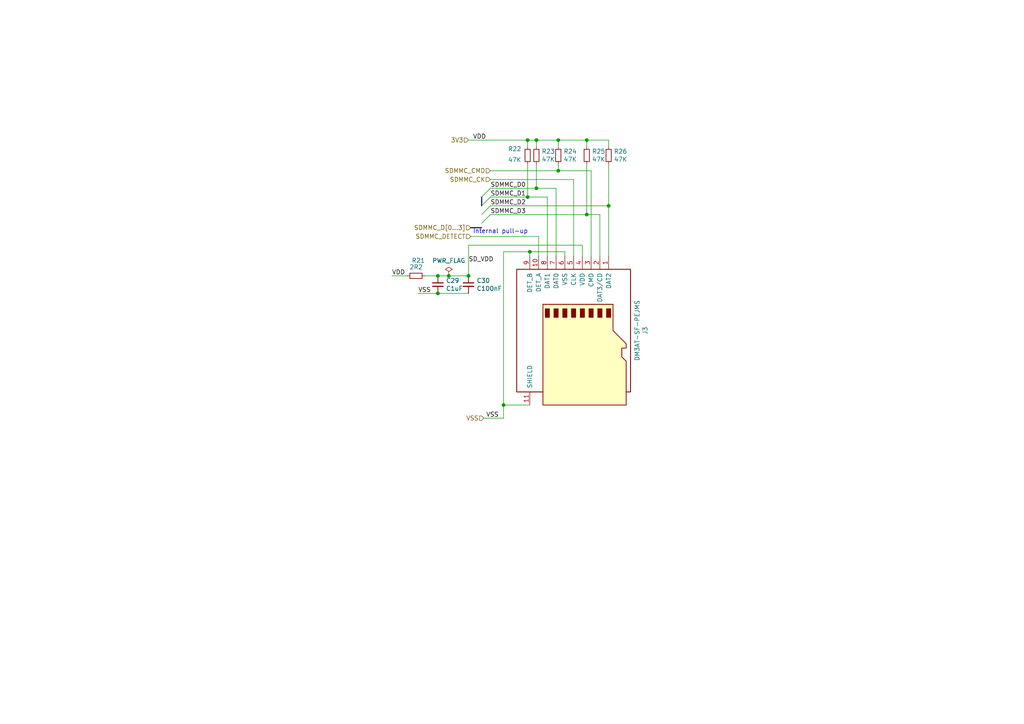
<source format=kicad_sch>
(kicad_sch (version 20210621) (generator eeschema)
  (paper "A4")
  (title_block (title "Micro SD") (date "2019-11-10") (rev "A") (company "Justin Alexander"))
  (lib_symbols
    (symbol "Device:R_Small" (pin_numbers hide) (pin_names (offset 0.254) hide)
      (property "Reference" "R" (at 0.762 0.508 0))
      (property "Value" "R_Small" (at 0.762 -1.016 0))
      (symbol "R_Small_0_1"
        (rectangle (start -0.762 1.778) (end 0.762 -1.778) (stroke (width 0.2032)))
      )
      (symbol "R_Small_1_1"
        (pin passive line (at 0 2.54 270) (length 0.762) (name "~") (number "1"))
        (pin passive line (at 0 -2.54 90) (length 0.762) (name "~") (number "2"))
      )
    )
    (symbol "parts-lib:C100nF" (pin_numbers hide) (pin_names (offset 0.254) hide)
      (property "Reference" "C" (at 0.254 1.778 0))
      (property "Value" "C100nF" (at 0.254 -2.032 0))
      (symbol "C100nF_0_1"
        (polyline (pts (xy -1.524 -0.508) (xy 1.524 -0.508)) (stroke (width 0.3302)))
        (polyline (pts (xy -1.524 0.508) (xy 1.524 0.508)) (stroke (width 0.3048)))
      )
      (symbol "C100nF_1_1"
        (pin passive line (at 0 2.54 270) (length 2.032) (name "~") (number "1"))
        (pin passive line (at 0 -2.54 90) (length 2.032) (name "~") (number "2"))
      )
    )
    (symbol "parts-lib:C1uF" (pin_numbers hide) (pin_names (offset 0.254) hide)
      (property "Reference" "C" (at 0.254 1.778 0))
      (property "Value" "C1uF" (at 0.254 -2.032 0))
      (symbol "C1uF_0_1"
        (polyline (pts (xy -1.524 -0.508) (xy 1.524 -0.508)) (stroke (width 0.3302)))
        (polyline (pts (xy -1.524 0.508) (xy 1.524 0.508)) (stroke (width 0.3048)))
      )
      (symbol "C1uF_1_1"
        (pin passive line (at 0 2.54 270) (length 2.032) (name "~") (number "1"))
        (pin passive line (at 0 -2.54 90) (length 2.032) (name "~") (number "2"))
      )
    )
    (symbol "parts-lib:DM3AT-SF-PEJMS" (pin_names (offset 1.016))
      (property "Reference" "J" (at -16.51 17.78 0))
      (property "Value" "DM3AT-SF-PEJMS" (at 16.51 17.78 0))
      (symbol "DM3AT-SF-PEJMS_0_1"
        (rectangle (start -7.62 -6.985) (end -5.08 -8.255) (fill (type outline)))
        (rectangle (start -7.62 -4.445) (end -5.08 -5.715) (fill (type outline)))
        (rectangle (start -7.62 -1.905) (end -5.08 -3.175) (fill (type outline)))
        (rectangle (start -7.62 0.635) (end -5.08 -0.635) (fill (type outline)))
        (rectangle (start -7.62 3.175) (end -5.08 1.905) (fill (type outline)))
        (rectangle (start -7.62 5.715) (end -5.08 4.445) (fill (type outline)))
        (rectangle (start -7.62 8.255) (end -5.08 6.985) (fill (type outline)))
        (rectangle (start -7.62 10.795) (end -5.08 9.525) (fill (type outline)))
        (polyline (pts (xy 16.51 15.24) (xy 16.51 16.51) (xy -19.05 16.51) (xy -19.05 -16.51) (xy 16.51 -16.51) (xy 16.51 -8.89)) (stroke (width 0.254)))
        (polyline (pts (xy -8.89 -8.89) (xy -8.89 11.43) (xy -1.27 11.43) (xy 2.54 15.24) (xy 3.81 15.24) (xy 3.81 13.97) (xy 6.35 13.97) (xy 7.62 15.24) (xy 20.32 15.24) (xy 20.32 -8.89) (xy -8.89 -8.89)) (stroke (width 0.254)) (fill (type background)))
      )
      (symbol "DM3AT-SF-PEJMS_1_1"
        (pin bidirectional line (at -22.86 10.16 0) (length 3.81) (name "DAT2") (number "1"))
        (pin passive line (at -22.86 -10.16 0) (length 3.81) (name "DET_A") (number "10"))
        (pin passive line (at 20.32 -12.7 180) (length 3.81) (name "SHIELD") (number "11"))
        (pin bidirectional line (at -22.86 7.62 0) (length 3.81) (name "DAT3/CD") (number "2"))
        (pin input line (at -22.86 5.08 0) (length 3.81) (name "CMD") (number "3"))
        (pin power_in line (at -22.86 2.54 0) (length 3.81) (name "VDD") (number "4"))
        (pin input line (at -22.86 0 0) (length 3.81) (name "CLK") (number "5"))
        (pin power_in line (at -22.86 -2.54 0) (length 3.81) (name "VSS") (number "6"))
        (pin input line (at -22.86 -5.08 0) (length 3.81) (name "DAT0") (number "7"))
        (pin input line (at -22.86 -7.62 0) (length 3.81) (name "DAT1") (number "8"))
        (pin passive line (at -22.86 -12.7 0) (length 3.81) (name "DET_B") (number "9"))
      )
    )
    (symbol "power:PWR_FLAG" (power) (pin_numbers hide) (pin_names (offset 0) hide)
      (property "Value" "PWR_FLAG" (at 0 3.81 0))
      (symbol "PWR_FLAG_0_0"
        (pin power_out line (at 0 0 90) (length 0) (name "pwr") (number "1"))
      )
      (symbol "PWR_FLAG_0_1"
        (polyline (pts (xy 0 0) (xy 0 1.27) (xy -1.016 1.905) (xy 0 2.54) (xy 1.016 1.905) (xy 0 1.27)))
      )
    )
  )
  (junction (at 127 80.01) (diameter 0.9144))
  (junction (at 127 85.09) (diameter 0.9144))
  (junction (at 130.175 80.01) (diameter 0.9144))
  (junction (at 135.89 80.01) (diameter 0.9144))
  (junction (at 146.05 117.475) (diameter 0.9144))
  (junction (at 153.035 40.64) (diameter 0.9144))
  (junction (at 153.035 57.15) (diameter 0.9144))
  (junction (at 153.67 73.025) (diameter 0.9144))
  (junction (at 155.575 40.64) (diameter 0.9144))
  (junction (at 155.575 54.61) (diameter 0.9144))
  (junction (at 161.925 40.64) (diameter 0.9144))
  (junction (at 161.925 49.53) (diameter 0.9144))
  (junction (at 170.18 40.64) (diameter 0.9144))
  (junction (at 170.18 62.23) (diameter 0.9144))
  (junction (at 176.53 59.69) (diameter 0.9144))
  (bus_entry (at 139.7 57.15) (size 2.54 -2.54) (stroke (width 0.1524)))
  (bus_entry (at 139.7 59.69) (size 2.54 -2.54) (stroke (width 0.1524)))
  (bus_entry (at 139.7 62.23) (size 2.54 -2.54) (stroke (width 0.1524)))
  (bus_entry (at 139.7 64.77) (size 2.54 -2.54) (stroke (width 0.1524)))
  (wire (pts (xy 118.11 80.01) (xy 113.665 80.01)))
  (wire (pts (xy 121.285 85.09) (xy 127 85.09)))
  (wire (pts (xy 127 80.01) (xy 123.19 80.01)))
  (wire (pts (xy 130.175 80.01) (xy 127 80.01)))
  (wire (pts (xy 135.89 71.12) (xy 135.89 80.01)))
  (wire (pts (xy 135.89 71.12) (xy 168.91 71.12)))
  (wire (pts (xy 135.89 80.01) (xy 130.175 80.01)))
  (wire (pts (xy 135.89 85.09) (xy 127 85.09)))
  (wire (pts (xy 136.525 68.58) (xy 156.21 68.58)))
  (wire (pts (xy 142.24 49.53) (xy 161.925 49.53)))
  (wire (pts (xy 142.24 54.61) (xy 155.575 54.61)))
  (wire (pts (xy 142.24 57.15) (xy 153.035 57.15)))
  (wire (pts (xy 142.24 62.23) (xy 170.18 62.23)))
  (wire (pts (xy 146.05 73.025) (xy 146.05 117.475)))
  (wire (pts (xy 146.05 117.475) (xy 146.05 121.285)))
  (wire (pts (xy 146.05 121.285) (xy 140.335 121.285)))
  (wire (pts (xy 153.035 40.64) (xy 135.89 40.64)))
  (wire (pts (xy 153.035 42.545) (xy 153.035 40.64)))
  (wire (pts (xy 153.035 47.625) (xy 153.035 57.15)))
  (wire (pts (xy 153.035 57.15) (xy 158.75 57.15)))
  (wire (pts (xy 153.67 73.025) (xy 146.05 73.025)))
  (wire (pts (xy 153.67 74.295) (xy 153.67 73.025)))
  (wire (pts (xy 153.67 117.475) (xy 146.05 117.475)))
  (wire (pts (xy 155.575 40.64) (xy 153.035 40.64)))
  (wire (pts (xy 155.575 42.545) (xy 155.575 40.64)))
  (wire (pts (xy 155.575 47.625) (xy 155.575 54.61)))
  (wire (pts (xy 155.575 54.61) (xy 161.29 54.61)))
  (wire (pts (xy 156.21 68.58) (xy 156.21 74.295)))
  (wire (pts (xy 158.75 57.15) (xy 158.75 74.295)))
  (wire (pts (xy 161.29 54.61) (xy 161.29 74.295)))
  (wire (pts (xy 161.925 40.64) (xy 155.575 40.64)))
  (wire (pts (xy 161.925 40.64) (xy 170.18 40.64)))
  (wire (pts (xy 161.925 42.545) (xy 161.925 40.64)))
  (wire (pts (xy 161.925 47.625) (xy 161.925 49.53)))
  (wire (pts (xy 161.925 49.53) (xy 171.45 49.53)))
  (wire (pts (xy 163.83 73.025) (xy 153.67 73.025)))
  (wire (pts (xy 163.83 74.295) (xy 163.83 73.025)))
  (wire (pts (xy 166.37 52.07) (xy 142.24 52.07)))
  (wire (pts (xy 166.37 52.07) (xy 166.37 74.295)))
  (wire (pts (xy 168.91 74.295) (xy 168.91 71.12)))
  (wire (pts (xy 170.18 40.64) (xy 176.53 40.64)))
  (wire (pts (xy 170.18 42.545) (xy 170.18 40.64)))
  (wire (pts (xy 170.18 47.625) (xy 170.18 62.23)))
  (wire (pts (xy 170.18 62.23) (xy 173.99 62.23)))
  (wire (pts (xy 171.45 49.53) (xy 171.45 74.295)))
  (wire (pts (xy 173.99 62.23) (xy 173.99 74.295)))
  (wire (pts (xy 176.53 40.64) (xy 176.53 42.545)))
  (wire (pts (xy 176.53 47.625) (xy 176.53 59.69)))
  (wire (pts (xy 176.53 59.69) (xy 142.24 59.69)))
  (wire (pts (xy 176.53 59.69) (xy 176.53 74.295)))
  (bus (pts (xy 139.7 57.15) (xy 139.7 66.04)))
  (bus (pts (xy 139.7 66.04) (xy 136.525 66.04)))
  (text "Internal pull-up" (at 137.16 67.945 0) (effects (font (size 1.27 1.27)) (justify left bottom)))
  (label "VDD" (at 113.665 80.01 0))
  (label "VSS" (at 121.285 85.09 0))
  (label "SD_VDD" (at 135.89 76.2 0))
  (label "VDD" (at 137.16 40.64 0))
  (label "VSS" (at 140.97 121.285 0))
  (label "SDMMC_D0" (at 142.24 54.61 0))
  (label "SDMMC_D1" (at 142.24 57.15 0))
  (label "SDMMC_D2" (at 142.24 59.69 0))
  (label "SDMMC_D3" (at 142.24 62.23 0))
  (hierarchical_label "3V3" (shape input) (at 135.89 40.64 180))
  (hierarchical_label "SDMMC_D[0...3]" (shape input) (at 136.525 66.04 180))
  (hierarchical_label "SDMMC_DETECT" (shape input) (at 136.525 68.58 180))
  (hierarchical_label "VSS" (shape input) (at 140.335 121.285 180))
  (hierarchical_label "SDMMC_CMD" (shape input) (at 142.24 49.53 180))
  (hierarchical_label "SDMMC_CK" (shape input) (at 142.24 52.07 180))
  (symbol (lib_id "power:PWR_FLAG") (at 130.175 80.01 0) (unit 1)
    (property "Reference" "#FLG05" (effects hide))
    (property "Value" "PWR_FLAG" (at 130.175 75.5904 0))
  )
  (symbol (lib_id "Device:R_Small") (at 120.65 80.01 270) (unit 1)
    (property "Reference" "R21" (at 119.38 75.565 90) (effects (justify left)))
    (property "Value" "2R2" (at 118.745 77.47 90) (effects (justify left)))
    (property "Footprint" "Resistor_SMD:R_1206_3216Metric" (effects hide))
  )
  (symbol (lib_id "Device:R_Small") (at 153.035 45.085 0) (unit 1)
    (property "Reference" "R22" (at 147.32 43.18 0) (effects (justify left)))
    (property "Value" "47K" (at 147.32 46.355 0) (effects (justify left)))
    (property "Footprint" "Resistor_SMD:R_0603_1608Metric" (effects hide))
  )
  (symbol (lib_id "Device:R_Small") (at 155.575 45.085 0) (unit 1)
    (property "Reference" "R23" (at 157.0736 43.9166 0) (effects (justify left)))
    (property "Value" "47K" (at 157.0736 46.228 0) (effects (justify left)))
    (property "Footprint" "Resistor_SMD:R_0603_1608Metric" (effects hide))
  )
  (symbol (lib_id "Device:R_Small") (at 161.925 45.085 0) (unit 1)
    (property "Reference" "R24" (at 163.4236 43.9166 0) (effects (justify left)))
    (property "Value" "47K" (at 163.4236 46.228 0) (effects (justify left)))
    (property "Footprint" "Resistor_SMD:R_0603_1608Metric" (effects hide))
  )
  (symbol (lib_id "Device:R_Small") (at 170.18 45.085 0) (unit 1)
    (property "Reference" "R25" (at 171.6786 43.9166 0) (effects (justify left)))
    (property "Value" "47K" (at 171.6786 46.228 0) (effects (justify left)))
    (property "Footprint" "Resistor_SMD:R_0603_1608Metric" (effects hide))
  )
  (symbol (lib_id "Device:R_Small") (at 176.53 45.085 0) (unit 1)
    (property "Reference" "R26" (at 178.0286 43.9166 0) (effects (justify left)))
    (property "Value" "47K" (at 178.0286 46.228 0) (effects (justify left)))
    (property "Footprint" "Resistor_SMD:R_0603_1608Metric" (effects hide))
  )
  (symbol (lib_id "parts-lib:C1uF") (at 127 82.55 0) (unit 1)
    (property "Reference" "C29" (at 129.3368 81.3816 0) (effects (justify left)))
    (property "Value" "C1uF" (at 129.3368 83.693 0) (effects (justify left)))
    (property "Footprint" "Capacitor_SMD:C_0603_1608Metric" (effects hide))
    (property "Datasheet" "https://datasheet.lcsc.com/szlcsc/YAGEO-CC0603KRX7R7BB105_C106248.pdf" (effects hide))
    (property "Part No." "CC0603KRX7R7BB105" (effects hide))
    (property "Manufacturer" "Yageo" (effects hide))
    (property "Distributor" "LCSC" (effects hide))
    (property "Distributor Part No." "C272771" (effects hide))
  )
  (symbol (lib_id "parts-lib:C100nF") (at 135.89 82.55 0) (unit 1)
    (property "Reference" "C30" (at 138.2268 81.3816 0) (effects (justify left)))
    (property "Value" "C100nF" (at 138.2268 83.693 0) (effects (justify left)))
    (property "Footprint" "Capacitor_SMD:C_0603_1608Metric" (effects hide))
    (property "Datasheet" "https://datasheet.lcsc.com/szlcsc/YAGEO-CC0603KRX7R9BB104_C14663.pdf" (effects hide))
    (property "Part No." "AC0603KRX7R9BB104" (effects hide))
    (property "Manufacturer" "Yageo" (effects hide))
    (property "Distributor" "LCSC" (effects hide))
    (property "Distributor Part No." "C149620" (effects hide))
  )
  (symbol (lib_id "parts-lib:DM3AT-SF-PEJMS") (at 166.37 97.155 270) (unit 1)
    (property "Reference" "J3" (at 187.1218 95.885 0))
    (property "Value" "DM3AT-SF-PEJMS" (at 184.8104 95.885 0))
    (property "Footprint" "Connector_Card:microSD_HC_Hirose_DM3AT-SF-PEJM5" (effects hide))
    (property "Datasheet" "https://datasheet.lcsc.com/szlcsc/Hirose-HRS-DM3AT-SF-PEJM5_C114218.pdf" (effects hide))
    (property "Part No." "DM3AT-SF-PEJMS" (effects hide))
    (property "Manufacturer" "Hirose" (effects hide))
    (property "Distributor" "LCSC" (effects hide))
    (property "Distributor Part No." "C114218" (effects hide))
    (property "Description" "microSD socket, push-push, card detect normally open" (effects hide))
  )
)
</source>
